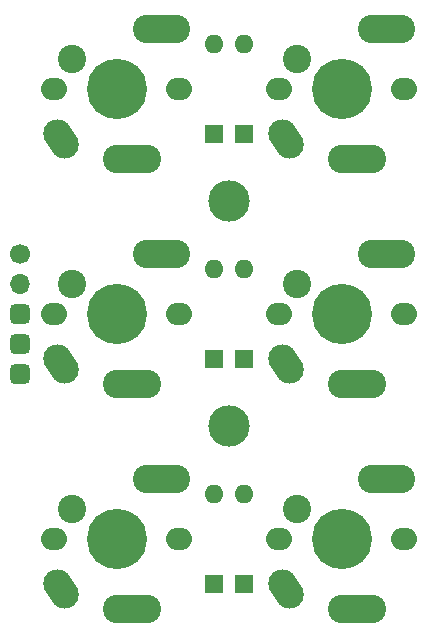
<source format=gts>
G04 #@! TF.GenerationSoftware,KiCad,Pcbnew,7.0.5*
G04 #@! TF.CreationDate,2023-08-20T02:00:26+08:00*
G04 #@! TF.ProjectId,RB,52422e6b-6963-4616-945f-706362585858,rev?*
G04 #@! TF.SameCoordinates,Original*
G04 #@! TF.FileFunction,Soldermask,Top*
G04 #@! TF.FilePolarity,Negative*
%FSLAX46Y46*%
G04 Gerber Fmt 4.6, Leading zero omitted, Abs format (unit mm)*
G04 Created by KiCad (PCBNEW 7.0.5) date 2023-08-20 02:00:26*
%MOMM*%
%LPD*%
G01*
G04 APERTURE LIST*
G04 Aperture macros list*
%AMRoundRect*
0 Rectangle with rounded corners*
0 $1 Rounding radius*
0 $2 $3 $4 $5 $6 $7 $8 $9 X,Y pos of 4 corners*
0 Add a 4 corners polygon primitive as box body*
4,1,4,$2,$3,$4,$5,$6,$7,$8,$9,$2,$3,0*
0 Add four circle primitives for the rounded corners*
1,1,$1+$1,$2,$3*
1,1,$1+$1,$4,$5*
1,1,$1+$1,$6,$7*
1,1,$1+$1,$8,$9*
0 Add four rect primitives between the rounded corners*
20,1,$1+$1,$2,$3,$4,$5,0*
20,1,$1+$1,$4,$5,$6,$7,0*
20,1,$1+$1,$6,$7,$8,$9,0*
20,1,$1+$1,$8,$9,$2,$3,0*%
%AMHorizOval*
0 Thick line with rounded ends*
0 $1 width*
0 $2 $3 position (X,Y) of the first rounded end (center of the circle)*
0 $4 $5 position (X,Y) of the second rounded end (center of the circle)*
0 Add line between two ends*
20,1,$1,$2,$3,$4,$5,0*
0 Add two circle primitives to create the rounded ends*
1,1,$1,$2,$3*
1,1,$1,$4,$5*%
%AMOutline4P*
0 Free polygon, 4 corners , with rotation*
0 The origin of the aperture is its center*
0 number of corners: always 4*
0 $1 to $8 corner X, Y*
0 $9 Rotation angle, in degrees counterclockwise*
0 create outline with 4 corners*
4,1,4,$1,$2,$3,$4,$5,$6,$7,$8,$1,$2,$9*%
G04 Aperture macros list end*
%ADD10O,2.200000X1.900000*%
%ADD11C,5.100000*%
%ADD12HorizOval,2.400000X-0.305164X0.457575X0.305164X-0.457575X0*%
%ADD13C,2.400000*%
%ADD14Outline4P,-1.300000X-1.200000X1.300000X-1.200000X1.300000X1.200000X-1.300000X1.200000X0.000000*%
%ADD15Outline4P,-1.200000X-1.200000X1.200000X-1.200000X1.200000X1.200000X-1.200000X1.200000X0.000000*%
%ADD16C,3.500000*%
%ADD17C,1.700000*%
%ADD18O,1.700000X1.700000*%
%ADD19RoundRect,0.425000X-0.425000X-0.425000X0.425000X-0.425000X0.425000X0.425000X-0.425000X0.425000X0*%
%ADD20R,1.600000X1.600000*%
%ADD21O,1.600000X1.600000*%
G04 APERTURE END LIST*
D10*
X136810000Y-54430000D03*
D11*
X142110000Y-54430000D03*
D10*
X147410000Y-54430000D03*
D12*
X137410000Y-58680000D03*
D13*
X138300000Y-51890000D03*
X142110000Y-60330000D03*
D14*
X143410000Y-60330000D03*
D13*
X144650000Y-49330000D03*
X144710000Y-60330000D03*
D15*
X145880000Y-49330000D03*
D13*
X147110000Y-49330000D03*
D10*
X117760000Y-54430000D03*
D11*
X123060000Y-54430000D03*
D10*
X128360000Y-54430000D03*
D12*
X118360000Y-58680000D03*
D13*
X119250000Y-51890000D03*
X123060000Y-60330000D03*
D14*
X124360000Y-60330000D03*
D13*
X125600000Y-49330000D03*
X125660000Y-60330000D03*
D15*
X126830000Y-49330000D03*
D13*
X128060000Y-49330000D03*
D16*
X132585000Y-83005000D03*
X132585000Y-63955000D03*
D10*
X117760000Y-92530000D03*
D11*
X123060000Y-92530000D03*
D10*
X128360000Y-92530000D03*
D12*
X118360000Y-96780000D03*
D13*
X119250000Y-89990000D03*
X123060000Y-98430000D03*
D14*
X124360000Y-98430000D03*
D13*
X125600000Y-87430000D03*
X125660000Y-98430000D03*
D15*
X126830000Y-87430000D03*
D13*
X128060000Y-87430000D03*
D10*
X136810000Y-73480000D03*
D11*
X142110000Y-73480000D03*
D10*
X147410000Y-73480000D03*
D12*
X137410000Y-77730000D03*
D13*
X138300000Y-70940000D03*
X142110000Y-79380000D03*
D14*
X143410000Y-79380000D03*
D13*
X144650000Y-68380000D03*
X144710000Y-79380000D03*
D15*
X145880000Y-68380000D03*
D13*
X147110000Y-68380000D03*
D10*
X136810000Y-92530000D03*
D11*
X142110000Y-92530000D03*
D10*
X147410000Y-92530000D03*
D12*
X137410000Y-96780000D03*
D13*
X138300000Y-89990000D03*
X142110000Y-98430000D03*
D14*
X143410000Y-98430000D03*
D13*
X144650000Y-87430000D03*
X144710000Y-98430000D03*
D15*
X145880000Y-87430000D03*
D13*
X147110000Y-87430000D03*
D10*
X117760000Y-73480000D03*
D11*
X123060000Y-73480000D03*
D10*
X128360000Y-73480000D03*
D12*
X118360000Y-77730000D03*
D13*
X119250000Y-70940000D03*
X123060000Y-79380000D03*
D14*
X124360000Y-79380000D03*
D13*
X125600000Y-68380000D03*
X125660000Y-79380000D03*
D15*
X126830000Y-68380000D03*
D13*
X128060000Y-68380000D03*
D17*
X114900000Y-68400000D03*
D18*
X114900000Y-70940000D03*
D19*
X114900000Y-73480000D03*
X114900000Y-76020000D03*
X114900000Y-78560000D03*
D20*
X131315000Y-77280000D03*
D21*
X131315000Y-69680000D03*
D20*
X133855000Y-96330000D03*
D21*
X133855000Y-88730000D03*
D20*
X131315000Y-96330000D03*
D21*
X131315000Y-88730000D03*
D20*
X131315000Y-58230000D03*
D21*
X131315000Y-50630000D03*
D20*
X133855000Y-77280000D03*
D21*
X133855000Y-69680000D03*
D20*
X133855000Y-58230000D03*
D21*
X133855000Y-50630000D03*
M02*

</source>
